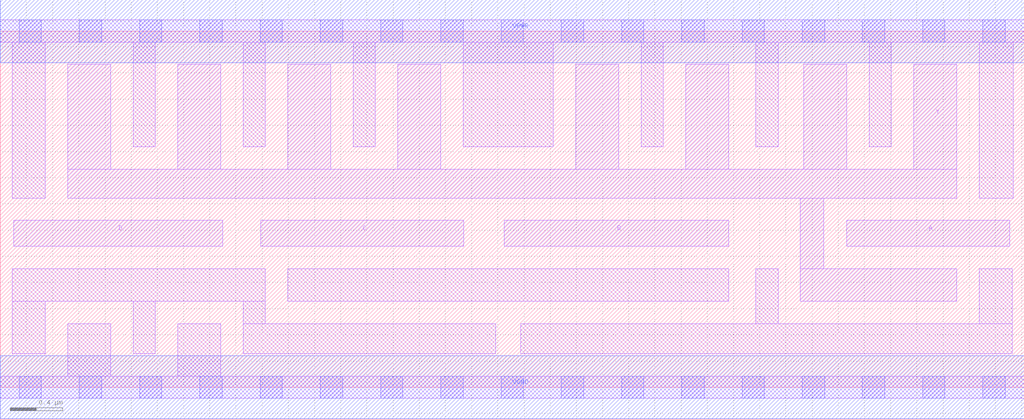
<source format=lef>
# Copyright 2020 The SkyWater PDK Authors
#
# Licensed under the Apache License, Version 2.0 (the "License");
# you may not use this file except in compliance with the License.
# You may obtain a copy of the License at
#
#     https://www.apache.org/licenses/LICENSE-2.0
#
# Unless required by applicable law or agreed to in writing, software
# distributed under the License is distributed on an "AS IS" BASIS,
# WITHOUT WARRANTIES OR CONDITIONS OF ANY KIND, either express or implied.
# See the License for the specific language governing permissions and
# limitations under the License.
#
# SPDX-License-Identifier: Apache-2.0

VERSION 5.7 ;
  NAMESCASESENSITIVE ON ;
  NOWIREEXTENSIONATPIN ON ;
  DIVIDERCHAR "/" ;
  BUSBITCHARS "[]" ;
UNITS
  DATABASE MICRONS 200 ;
END UNITS
MACRO sky130_fd_sc_hd__nand4_4
  CLASS CORE ;
  SOURCE USER ;
  FOREIGN sky130_fd_sc_hd__nand4_4 ;
  ORIGIN  0.000000  0.000000 ;
  SIZE  7.820000 BY  2.720000 ;
  SYMMETRY X Y R90 ;
  SITE unithd ;
  PIN A
    ANTENNAGATEAREA  0.990000 ;
    DIRECTION INPUT ;
    USE SIGNAL ;
    PORT
      LAYER li1 ;
        RECT 6.465000 1.075000 7.710000 1.275000 ;
    END
  END A
  PIN B
    ANTENNAGATEAREA  0.990000 ;
    DIRECTION INPUT ;
    USE SIGNAL ;
    PORT
      LAYER li1 ;
        RECT 3.850000 1.075000 5.565000 1.275000 ;
    END
  END B
  PIN C
    ANTENNAGATEAREA  0.990000 ;
    DIRECTION INPUT ;
    USE SIGNAL ;
    PORT
      LAYER li1 ;
        RECT 1.990000 1.075000 3.540000 1.275000 ;
    END
  END C
  PIN D
    ANTENNAGATEAREA  0.990000 ;
    DIRECTION INPUT ;
    USE SIGNAL ;
    PORT
      LAYER li1 ;
        RECT 0.105000 1.075000 1.700000 1.275000 ;
    END
  END D
  PIN Y
    ANTENNADIFFAREA  2.511000 ;
    DIRECTION OUTPUT ;
    USE SIGNAL ;
    PORT
      LAYER li1 ;
        RECT 0.515000 1.445000 7.305000 1.665000 ;
        RECT 0.515000 1.665000 0.845000 2.465000 ;
        RECT 1.355000 1.665000 1.685000 2.465000 ;
        RECT 2.195000 1.665000 2.525000 2.465000 ;
        RECT 3.035000 1.665000 3.365000 2.465000 ;
        RECT 4.395000 1.665000 4.725000 2.465000 ;
        RECT 5.235000 1.665000 5.565000 2.465000 ;
        RECT 6.110000 0.655000 7.305000 0.905000 ;
        RECT 6.110000 0.905000 6.290000 1.445000 ;
        RECT 6.135000 1.665000 6.465000 2.465000 ;
        RECT 6.975000 1.665000 7.305000 2.465000 ;
    END
  END Y
  PIN VGND
    DIRECTION INOUT ;
    SHAPE ABUTMENT ;
    USE GROUND ;
    PORT
      LAYER met1 ;
        RECT 0.000000 -0.240000 7.820000 0.240000 ;
    END
  END VGND
  PIN VPWR
    DIRECTION INOUT ;
    SHAPE ABUTMENT ;
    USE POWER ;
    PORT
      LAYER met1 ;
        RECT 0.000000 2.480000 7.820000 2.960000 ;
    END
  END VPWR
  OBS
    LAYER li1 ;
      RECT 0.000000 -0.085000 7.820000 0.085000 ;
      RECT 0.000000  2.635000 7.820000 2.805000 ;
      RECT 0.090000  0.255000 0.345000 0.655000 ;
      RECT 0.090000  0.655000 2.025000 0.905000 ;
      RECT 0.090000  1.445000 0.345000 2.635000 ;
      RECT 0.515000  0.085000 0.845000 0.485000 ;
      RECT 1.015000  0.255000 1.185000 0.655000 ;
      RECT 1.015000  1.835000 1.185000 2.635000 ;
      RECT 1.355000  0.085000 1.685000 0.485000 ;
      RECT 1.855000  0.255000 3.785000 0.485000 ;
      RECT 1.855000  0.485000 2.025000 0.655000 ;
      RECT 1.855000  1.835000 2.025000 2.635000 ;
      RECT 2.195000  0.655000 5.565000 0.905000 ;
      RECT 2.695000  1.835000 2.865000 2.635000 ;
      RECT 3.535000  1.835000 4.225000 2.635000 ;
      RECT 3.975000  0.255000 7.730000 0.485000 ;
      RECT 4.895000  1.835000 5.065000 2.635000 ;
      RECT 5.770000  0.485000 5.940000 0.905000 ;
      RECT 5.770000  1.835000 5.940000 2.635000 ;
      RECT 6.635000  1.835000 6.805000 2.635000 ;
      RECT 7.475000  0.485000 7.730000 0.905000 ;
      RECT 7.475000  1.445000 7.735000 2.635000 ;
    LAYER mcon ;
      RECT 0.145000 -0.085000 0.315000 0.085000 ;
      RECT 0.145000  2.635000 0.315000 2.805000 ;
      RECT 0.605000 -0.085000 0.775000 0.085000 ;
      RECT 0.605000  2.635000 0.775000 2.805000 ;
      RECT 1.065000 -0.085000 1.235000 0.085000 ;
      RECT 1.065000  2.635000 1.235000 2.805000 ;
      RECT 1.525000 -0.085000 1.695000 0.085000 ;
      RECT 1.525000  2.635000 1.695000 2.805000 ;
      RECT 1.985000 -0.085000 2.155000 0.085000 ;
      RECT 1.985000  2.635000 2.155000 2.805000 ;
      RECT 2.445000 -0.085000 2.615000 0.085000 ;
      RECT 2.445000  2.635000 2.615000 2.805000 ;
      RECT 2.905000 -0.085000 3.075000 0.085000 ;
      RECT 2.905000  2.635000 3.075000 2.805000 ;
      RECT 3.365000 -0.085000 3.535000 0.085000 ;
      RECT 3.365000  2.635000 3.535000 2.805000 ;
      RECT 3.825000 -0.085000 3.995000 0.085000 ;
      RECT 3.825000  2.635000 3.995000 2.805000 ;
      RECT 4.285000 -0.085000 4.455000 0.085000 ;
      RECT 4.285000  2.635000 4.455000 2.805000 ;
      RECT 4.745000 -0.085000 4.915000 0.085000 ;
      RECT 4.745000  2.635000 4.915000 2.805000 ;
      RECT 5.205000 -0.085000 5.375000 0.085000 ;
      RECT 5.205000  2.635000 5.375000 2.805000 ;
      RECT 5.665000 -0.085000 5.835000 0.085000 ;
      RECT 5.665000  2.635000 5.835000 2.805000 ;
      RECT 6.125000 -0.085000 6.295000 0.085000 ;
      RECT 6.125000  2.635000 6.295000 2.805000 ;
      RECT 6.585000 -0.085000 6.755000 0.085000 ;
      RECT 6.585000  2.635000 6.755000 2.805000 ;
      RECT 7.045000 -0.085000 7.215000 0.085000 ;
      RECT 7.045000  2.635000 7.215000 2.805000 ;
      RECT 7.505000 -0.085000 7.675000 0.085000 ;
      RECT 7.505000  2.635000 7.675000 2.805000 ;
  END
END sky130_fd_sc_hd__nand4_4

</source>
